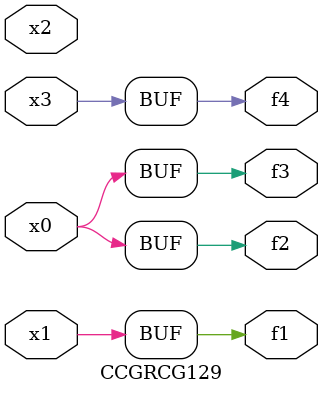
<source format=v>
module CCGRCG129(
	input x0, x1, x2, x3,
	output f1, f2, f3, f4
);
	assign f1 = x1;
	assign f2 = x0;
	assign f3 = x0;
	assign f4 = x3;
endmodule

</source>
